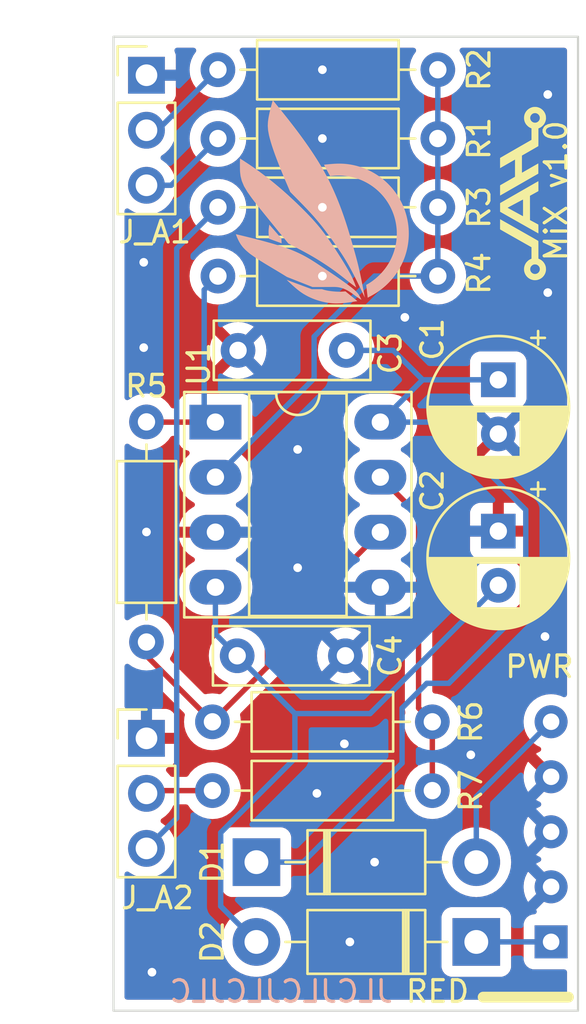
<source format=kicad_pcb>
(kicad_pcb (version 20240108) (generator "pcbnew") (generator_version "8.0")
  (title_block (rev "v1.0"))
  (layers (0 "F.Cu" signal) (31 "B.Cu" signal) (34 "B.Paste" user) (35 "F.Paste" user) (36 "B.SilkS" user "B.Silkscreen") (37 "F.SilkS" user "F.Silkscreen") (38 "B.Mask" user) (39 "F.Mask" user) (44 "Edge.Cuts" user))
  (net 0 "")
  (net 1 "Net-(R1-Pad1)")
  (net 2 "Net-(R1-Pad2)")
  (net 3 "Net-(R2-Pad2)")
  (net 4 "Net-(R3-Pad2)")
  (net 5 "Net-(R4-Pad1)")
  (net 6 "Net-(R5-Pad1)")
  (net 7 "Net-(R6-Pad1)")
  (net 8 "/OUT")
  (net 9 "GND")
  (net 10 "-12V")
  (net 11 "+12V")
  (net 12 "Net-(D1-Pad2)")
  (net 13 "Net-(D2-Pad1)")
  (footprint "Capacitor_THT:C_Disc_D7.0mm_W2.5mm_P5.00mm" (layer "F.Cu") (at 63.547 69.977 180)
    (property "Reference" "C4" (at -2.072 0 90) (layer "F.SilkS"))
    (property "Value" "0.1uF")
    (pad "1" thru_hole circle (at 0 0 180) (size 1.6 1.6) (drill 0.8) (layers "*.Cu" "*.Mask") (net 9 "GND"))
    (pad "2" thru_hole circle (at 5 0 180) (size 1.6 1.6) (drill 0.8) (layers "*.Cu" "*.Mask") (net 10 "-12V"))
  )
  (footprint "Capacitor_THT:C_Disc_D7.0mm_W2.5mm_P5.00mm" (layer "F.Cu") (at 63.587 55.88 180)
    (property "Reference" "C3" (at -2.032 -0.127 90) (layer "F.SilkS"))
    (property "Value" "0.1uF")
    (pad "1" thru_hole circle (at 0 0 180) (size 1.6 1.6) (drill 0.8) (layers "*.Cu" "*.Mask") (net 11 "+12V"))
    (pad "2" thru_hole circle (at 5 0 180) (size 1.6 1.6) (drill 0.8) (layers "*.Cu" "*.Mask") (net 9 "GND"))
  )
  (footprint "Resistor_THT:R_Axial_DIN0207_L6.3mm_D2.5mm_P10.16mm_Horizontal" (layer "F.Cu") (at 67.818 49.276 180)
    (property "Reference" "R3" (at -1.905 0 90) (layer "F.SilkS"))
    (property "Value" "100k")
    (pad "1" thru_hole circle (at 0 0 180) (size 1.6 1.6) (drill 0.8) (layers "*.Cu" "*.Mask") (net 1 "Net-(R1-Pad1)"))
    (pad "2" thru_hole oval (at 10.16 0 180) (size 1.6 1.6) (drill 0.8) (layers "*.Cu" "*.Mask") (net 4 "Net-(R3-Pad2)"))
  )
  (footprint "Resistor_THT:R_Axial_DIN0207_L6.3mm_D2.5mm_P10.16mm_Horizontal" (layer "F.Cu") (at 67.818 46.101 180)
    (property "Reference" "R1" (at -1.905 0 90) (layer "F.SilkS"))
    (property "Value" "100k")
    (pad "1" thru_hole circle (at 0 0 180) (size 1.6 1.6) (drill 0.8) (layers "*.Cu" "*.Mask") (net 1 "Net-(R1-Pad1)"))
    (pad "2" thru_hole oval (at 10.16 0 180) (size 1.6 1.6) (drill 0.8) (layers "*.Cu" "*.Mask") (net 2 "Net-(R1-Pad2)"))
  )
  (footprint "Capacitor_THT:CP_Radial_D6.3mm_P2.50mm" (layer "F.Cu") (at 70.612 64.222621 -90)
    (property "Reference" "C2" (at -1.865621 3.048 90) (layer "F.SilkS"))
    (property "Value" "47uF")
    (pad "1" thru_hole rect (at 0 0 270) (size 1.6 1.6) (drill 0.8) (layers "*.Cu" "*.Mask") (net 9 "GND"))
    (pad "2" thru_hole circle (at 2.5 0 270) (size 1.6 1.6) (drill 0.8) (layers "*.Cu" "*.Mask") (net 10 "-12V"))
  )
  (footprint "Diode_THT:D_DO-41_SOD81_P10.16mm_Horizontal" (layer "F.Cu") (at 69.596 83.185 180)
    (property "Reference" "D2" (at 12.192 0 90) (layer "F.SilkS"))
    (property "Value" "1N4001")
    (pad "1" thru_hole rect (at 0 0 180) (size 2.2 2.2) (drill 1.1) (layers "*.Cu" "*.Mask") (net 13 "Net-(D2-Pad1)"))
    (pad "2" thru_hole oval (at 10.16 0 180) (size 2.2 2.2) (drill 1.1) (layers "*.Cu" "*.Mask") (net 10 "-12V"))
  )
  (footprint "Logos:Avalon Harmonics Small 8mm" (layer "F.Cu") (at 71.755 48.641 90)
    (property "Reference" "G***" (hide yes))
    (property "Value" "LOGO" (hide yes))
  )
  (footprint "Connector_PinHeader_2.54mm:PinHeader_1x03_P2.54mm_Vertical" (layer "F.Cu") (at 54.356 43.18)
    (property "Reference" "J_A1" (at 0.381 7.239 0) (layer "F.SilkS"))
    (property "Value" "Conn_01x03_Male")
    (pad "1" thru_hole rect (at 0 0) (size 1.7 1.7) (drill 1) (layers "*.Cu" "*.Mask") (net 9 "GND"))
    (pad "2" thru_hole oval (at 0 2.54) (size 1.7 1.7) (drill 1) (layers "*.Cu" "*.Mask") (net 3 "Net-(R2-Pad2)"))
    (pad "3" thru_hole oval (at 0 5.08) (size 1.7 1.7) (drill 1) (layers "*.Cu" "*.Mask") (net 2 "Net-(R1-Pad2)"))
  )
  (footprint "Eurorack:Eurorack Power 5 Pin Angled" (layer "F.Cu") (at 73.051948 78.101365)
    (property "Reference" "PWR1" (hide yes))
    (property "Value" "PWR_5_Pin_Angled" (hide yes))
    (fp_text user "RED" (at -6.797833 7.369635 0) (layer "F.SilkS") (effects (justify left)))
    (fp_text user "PWR" (at -0.534948 -7.62 0) (layer "F.SilkS"))
    (pad "1" thru_hole circle (at 0 -5.08) (size 1.524 1.524) (drill 0.762) (layers "*.Cu" "*.Mask") (net 12 "Net-(D1-Pad2)"))
    (pad "2" thru_hole circle (at 0 -2.54) (size 1.524 1.524) (drill 0.762) (layers "*.Cu" "*.Mask") (net 9 "GND"))
    (pad "2" thru_hole circle (at 0 0) (size 1.524 1.524) (drill 0.762) (layers "*.Cu" "*.Mask") (net 9 "GND"))
    (pad "2" thru_hole circle (at 0 2.54) (size 1.524 1.524) (drill 0.762) (layers "*.Cu" "*.Mask") (net 9 "GND"))
    (pad "3" thru_hole rect (at 0 5.08) (size 1.524 1.524) (drill 0.762) (layers "*.Cu" "*.Mask") (net 13 "Net-(D2-Pad1)"))
  )
  (footprint "Resistor_THT:R_Axial_DIN0207_L6.3mm_D2.5mm_P10.16mm_Horizontal" (layer "F.Cu") (at 57.404 76.2)
    (property "Reference" "R7" (at 11.938 0 90) (layer "F.SilkS"))
    (property "Value" "1k")
    (pad "1" thru_hole circle (at 0 0) (size 1.6 1.6) (drill 0.8) (layers "*.Cu" "*.Mask") (net 8 "/OUT"))
    (pad "2" thru_hole oval (at 10.16 0) (size 1.6 1.6) (drill 0.8) (layers "*.Cu" "*.Mask") (net 7 "Net-(R6-Pad1)"))
  )
  (footprint "Resistor_THT:R_Axial_DIN0207_L6.3mm_D2.5mm_P10.16mm_Horizontal" (layer "F.Cu") (at 57.658 52.451)
    (property "Reference" "R4" (at 12.065 -0.127 90) (layer "F.SilkS"))
    (property "Value" "100k")
    (pad "1" thru_hole circle (at 0 0) (size 1.6 1.6) (drill 0.8) (layers "*.Cu" "*.Mask") (net 5 "Net-(R4-Pad1)"))
    (pad "2" thru_hole oval (at 10.16 0) (size 1.6 1.6) (drill 0.8) (layers "*.Cu" "*.Mask") (net 1 "Net-(R1-Pad1)"))
  )
  (footprint "Diode_THT:D_DO-41_SOD81_P10.16mm_Horizontal" (layer "F.Cu") (at 59.436 79.502)
    (property "Reference" "D1" (at -2.032 0 90) (layer "F.SilkS"))
    (property "Value" "1N4001")
    (pad "1" thru_hole rect (at 0 0) (size 2.2 2.2) (drill 1.1) (layers "*.Cu" "*.Mask") (net 11 "+12V"))
    (pad "2" thru_hole oval (at 10.16 0) (size 2.2 2.2) (drill 1.1) (layers "*.Cu" "*.Mask") (net 12 "Net-(D1-Pad2)"))
  )
  (footprint "Resistor_THT:R_Axial_DIN0207_L6.3mm_D2.5mm_P10.16mm_Horizontal" (layer "F.Cu") (at 67.564 73.025 180)
    (property "Reference" "R6" (at -1.778 0 90) (layer "F.SilkS"))
    (property "Value" "100k")
    (pad "1" thru_hole circle (at 0 0 180) (size 1.6 1.6) (drill 0.8) (layers "*.Cu" "*.Mask") (net 7 "Net-(R6-Pad1)"))
    (pad "2" thru_hole oval (at 10.16 0 180) (size 1.6 1.6) (drill 0.8) (layers "*.Cu" "*.Mask") (net 6 "Net-(R5-Pad1)"))
  )
  (footprint "Resistor_THT:R_Axial_DIN0207_L6.3mm_D2.5mm_P10.16mm_Horizontal" (layer "F.Cu") (at 54.356 69.342 90)
    (property "Reference" "R5" (at 11.811 0 180) (layer "F.SilkS"))
    (property "Value" "100k")
    (pad "1" thru_hole circle (at 0 0 90) (size 1.6 1.6) (drill 0.8) (layers "*.Cu" "*.Mask") (net 6 "Net-(R5-Pad1)"))
    (pad "2" thru_hole oval (at 10.16 0 90) (size 1.6 1.6) (drill 0.8) (layers "*.Cu" "*.Mask") (net 5 "Net-(R4-Pad1)"))
  )
  (footprint "Capacitor_THT:CP_Radial_D6.3mm_P2.50mm" (layer "F.Cu") (at 70.612 57.237621 -90)
    (property "Reference" "C1" (at -1.865621 3.048 90) (layer "F.SilkS"))
    (property "Value" "47uF")
    (pad "1" thru_hole rect (at 0 0 270) (size 1.6 1.6) (drill 0.8) (layers "*.Cu" "*.Mask") (net 11 "+12V"))
    (pad "2" thru_hole circle (at 2.5 0 270) (size 1.6 1.6) (drill 0.8) (layers "*.Cu" "*.Mask") (net 9 "GND"))
  )
  (footprint "Resistor_THT:R_Axial_DIN0207_L6.3mm_D2.5mm_P10.16mm_Horizontal" (layer "F.Cu") (at 67.818 42.926 180)
    (property "Reference" "R2" (at -1.905 0 -90) (layer "F.SilkS"))
    (property "Value" "100k")
    (pad "1" thru_hole circle (at 0 0 180) (size 1.6 1.6) (drill 0.8) (layers "*.Cu" "*.Mask") (net 1 "Net-(R1-Pad1)"))
    (pad "2" thru_hole oval (at 10.16 0 180) (size 1.6 1.6) (drill 0.8) (layers "*.Cu" "*.Mask") (net 3 "Net-(R2-Pad2)"))
  )
  (footprint "Package_DIP:DIP-8_W7.62mm_Socket_LongPads" (layer "F.Cu") (at 57.541 59.192)
    (property "Reference" "U1" (at -0.772 -2.677 90) (layer "F.SilkS"))
    (property "Value" "TL072")
    (pad "1" thru_hole rect (at 0 0) (size 2.4 1.6) (drill 0.8) (layers "*.Cu" "*.Mask") (net 5 "Net-(R4-Pad1)"))
    (pad "2" thru_hole oval (at 0 2.54) (size 2.4 1.6) (drill 0.8) (layers "*.Cu" "*.Mask") (net 1 "Net-(R1-Pad1)"))
    (pad "3" thru_hole oval (at 0 5.08) (size 2.4 1.6) (drill 0.8) (layers "*.Cu" "*.Mask") (net 9 "GND"))
    (pad "4" thru_hole oval (at 0 7.62) (size 2.4 1.6) (drill 0.8) (layers "*.Cu" "*.Mask") (net 10 "-12V"))
    (pad "5" thru_hole oval (at 7.62 7.62) (size 2.4 1.6) (drill 0.8) (layers "*.Cu" "*.Mask") (net 9 "GND"))
    (pad "6" thru_hole oval (at 7.62 5.08) (size 2.4 1.6) (drill 0.8) (layers "*.Cu" "*.Mask") (net 6 "Net-(R5-Pad1)"))
    (pad "7" thru_hole oval (at 7.62 2.54) (size 2.4 1.6) (drill 0.8) (layers "*.Cu" "*.Mask") (net 7 "Net-(R6-Pad1)"))
    (pad "8" thru_hole oval (at 7.62 0) (size 2.4 1.6) (drill 0.8) (layers "*.Cu" "*.Mask") (net 11 "+12V"))
  )
  (footprint "Connector_PinHeader_2.54mm:PinHeader_1x03_P2.54mm_Vertical" (layer "F.Cu") (at 54.356 73.787)
    (property "Reference" "J_A2" (at 0.508 7.366 0) (layer "F.SilkS"))
    (property "Value" "Conn_01x03_Male")
    (pad "1" thru_hole rect (at 0 0) (size 1.7 1.7) (drill 1) (layers "*.Cu" "*.Mask") (net 9 "GND"))
    (pad "2" thru_hole oval (at 0 2.54) (size 1.7 1.7) (drill 1) (layers "*.Cu" "*.Mask") (net 8 "/OUT"))
    (pad "3" thru_hole oval (at 0 5.08) (size 1.7 1.7) (drill 1) (layers "*.Cu" "*.Mask") (net 4 "Net-(R3-Pad2)"))
  )
  (footprint "Logos:Avali Logo 8mm" (layer "B.Cu") (at 62.484 49.022 180)
    (property "Reference" "G***" (hide yes))
    (property "Value" "LOGO" (hide yes))
  )
  (gr_rect (start 52.832 41.402) (end 74.295 86.36) (stroke (width 0.1)) (fill none) (layer "Edge.Cuts"))
  (gr_text "JLCJLCJLCJLC" (at 60.579 85.471 0) (layer "B.SilkS") (effects (font (size 1 1)) (justify mirror)))
  (gr_text "MiX v1.0" (at 73.279 48.514 90) (layer "F.SilkS") (effects (font (size 1 1))))
  (segment (start 62.103 55.245) (end 64.897 52.451) (width 0.25) (layer "B.Cu") (net 1))
  (segment (start 64.897 52.451) (end 67.818 52.451) (width 0.25) (layer "B.Cu") (net 1))
  (segment (start 62.103 57.17) (end 62.103 55.245) (width 0.25) (layer "B.Cu") (net 1))
  (segment (start 67.818 46.101) (end 67.818 49.276) (width 0.25) (layer "B.Cu") (net 1))
  (segment (start 57.541 61.732) (end 62.103 57.17) (width 0.25) (layer "B.Cu") (net 1))
  (segment (start 67.818 49.276) (end 67.818 52.451) (width 0.25) (layer "B.Cu") (net 1))
  (segment (start 67.818 42.926) (end 67.818 46.101) (width 0.25) (layer "B.Cu") (net 1))
  (segment (start 54.356 48.26) (end 55.499 48.26) (width 0.25) (layer "B.Cu") (net 2))
  (segment (start 55.499 48.26) (end 57.658 46.101) (width 0.25) (layer "B.Cu") (net 2))
  (segment (start 54.864 45.72) (end 57.658 42.926) (width 0.25) (layer "B.Cu") (net 3))
  (segment (start 54.356 45.72) (end 54.864 45.72) (width 0.25) (layer "B.Cu") (net 3))
  (segment (start 57.658 49.276) (end 55.753 51.181) (width 0.25) (layer "B.Cu") (net 4))
  (segment (start 55.753 77.47) (end 54.356 78.867) (width 0.25) (layer "B.Cu") (net 4))
  (segment (start 55.753 51.181) (end 55.753 77.47) (width 0.25) (layer "B.Cu") (net 4))
  (segment (start 54.366 59.192) (end 54.356 59.182) (width 0.25) (layer "F.Cu") (net 5))
  (segment (start 57.541 59.192) (end 54.366 59.192) (width 0.25) (layer "F.Cu") (net 5))
  (segment (start 57.658 52.451) (end 57.023 53.086) (width 0.25) (layer "B.Cu") (net 5))
  (segment (start 57.023 53.086) (end 57.023 58.674) (width 0.25) (layer "B.Cu") (net 5))
  (segment (start 57.023 58.674) (end 57.541 59.192) (width 0.25) (layer "B.Cu") (net 5))
  (segment (start 57.404 73.025) (end 54.356 69.977) (width 0.25) (layer "F.Cu") (net 6))
  (segment (start 59.944 70.485) (end 57.404 73.025) (width 0.25) (layer "F.Cu") (net 6))
  (segment (start 54.356 69.977) (end 54.356 69.342) (width 0.25) (layer "F.Cu") (net 6))
  (segment (start 65.161 64.272) (end 59.944 69.489) (width 0.25) (layer "F.Cu") (net 6))
  (segment (start 59.944 69.489) (end 59.944 70.485) (width 0.25) (layer "F.Cu") (net 6))
  (segment (start 67.564 73.025) (end 66.929 72.39) (width 0.25) (layer "F.Cu") (net 7))
  (segment (start 66.929 63.5) (end 65.161 61.732) (width 0.25) (layer "F.Cu") (net 7))
  (segment (start 66.929 72.39) (end 66.929 63.5) (width 0.25) (layer "F.Cu") (net 7))
  (segment (start 67.564 76.2) (end 67.564 73.025) (width 0.25) (layer "F.Cu") (net 7))
  (segment (start 57.404 76.2) (end 54.483 76.2) (width 0.25) (layer "F.Cu") (net 8))
  (segment (start 54.483 76.2) (end 54.356 76.327) (width 0.25) (layer "F.Cu") (net 8))
  (via (at 72.898 44.069) (size 0.8) (drill 0.4) (layers "F.Cu" "B.Cu") (net 9))
  (via (at 61.341 60.452) (size 0.8) (drill 0.4) (layers "F.Cu" "B.Cu") (net 9))
  (via (at 72.898 53.213) (size 0.8) (drill 0.4) (layers "F.Cu" "B.Cu") (net 9))
  (via (at 62.484 42.926) (size 0.8) (drill 0.4) (layers "F.Cu" "B.Cu") (net 9))
  (via (at 63.754 83.185) (size 0.8) (drill 0.4) (layers "F.Cu" "B.Cu") (net 9))
  (via (at 63.5 74.041) (size 0.8) (drill 0.4) (layers "F.Cu" "B.Cu") (net 9))
  (via (at 66.294 54.356) (size 0.8) (drill 0.4) (layers "F.Cu" "B.Cu") (net 9))
  (via (at 54.61 84.582) (size 0.8) (drill 0.4) (layers "F.Cu" "B.Cu") (net 9))
  (via (at 62.484 49.276) (size 0.8) (drill 0.4) (layers "F.Cu" "B.Cu") (net 9))
  (via (at 69.342 74.549) (size 0.8) (drill 0.4) (layers "F.Cu" "B.Cu") (net 9))
  (via (at 54.229 55.753) (size 0.8) (drill 0.4) (layers "F.Cu" "B.Cu") (net 9))
  (via (at 61.341 65.913) (size 0.8) (drill 0.4) (layers "F.Cu" "B.Cu") (net 9))
  (via (at 64.897 79.502) (size 0.8) (drill 0.4) (layers "F.Cu" "B.Cu") (net 9))
  (via (at 72.771 69.088) (size 0.8) (drill 0.4) (layers "F.Cu" "B.Cu") (net 9))
  (via (at 62.484 52.451) (size 0.8) (drill 0.4) (layers "F.Cu" "B.Cu") (net 9))
  (via (at 62.484 46.101) (size 0.8) (drill 0.4) (layers "F.Cu" "B.Cu") (net 9))
  (via (at 54.356 64.262) (size 0.8) (drill 0.4) (layers "F.Cu" "B.Cu") (net 9))
  (via (at 62.23 76.327) (size 0.8) (drill 0.4) (layers "F.Cu" "B.Cu") (net 9))
  (via (at 54.229 51.816) (size 0.8) (drill 0.4) (layers "F.Cu" "B.Cu") (net 9))
  (segment (start 61.214 74.711989) (end 57.785 78.140989) (width 0.25) (layer "B.Cu") (net 10))
  (segment (start 57.785 81.534) (end 59.436 83.185) (width 0.25) (layer "B.Cu") (net 10))
  (segment (start 64.690621 72.644) (end 61.214 72.644) (width 0.25) (layer "B.Cu") (net 10))
  (segment (start 61.214 72.644) (end 61.214 74.711989) (width 0.25) (layer "B.Cu") (net 10))
  (segment (start 57.541 68.971) (end 58.547 69.977) (width 0.25) (layer "B.Cu") (net 10))
  (segment (start 57.785 78.140989) (end 57.785 81.534) (width 0.25) (layer "B.Cu") (net 10))
  (segment (start 57.541 66.812) (end 57.541 68.971) (width 0.25) (layer "B.Cu") (net 10))
  (segment (start 58.547 69.977) (end 61.214 72.644) (width 0.25) (layer "B.Cu") (net 10))
  (segment (start 70.612 66.722621) (end 64.690621 72.644) (width 0.25) (layer "B.Cu") (net 10))
  (segment (start 68.326 71.247) (end 71.882 67.691) (width 0.25) (layer "B.Cu") (net 11))
  (segment (start 65.757758 55.88) (end 67.115379 57.237621) (width 0.25) (layer "B.Cu") (net 11))
  (segment (start 66.167 74.93) (end 66.167 72.39) (width 0.25) (layer "B.Cu") (net 11))
  (segment (start 67.830401 59.192) (end 65.161 59.192) (width 0.25) (layer "B.Cu") (net 11))
  (segment (start 59.436 79.502) (end 61.595 79.502) (width 0.25) (layer "B.Cu") (net 11))
  (segment (start 66.167 72.39) (end 67.31 71.247) (width 0.25) (layer "B.Cu") (net 11))
  (segment (start 70.612 57.237621) (end 67.115379 57.237621) (width 0.25) (layer "B.Cu") (net 11))
  (segment (start 71.882 67.691) (end 71.882 63.243599) (width 0.25) (layer "B.Cu") (net 11))
  (segment (start 67.115379 57.237621) (end 65.161 59.192) (width 0.25) (layer "B.Cu") (net 11))
  (segment (start 63.587 55.88) (end 65.757758 55.88) (width 0.25) (layer "B.Cu") (net 11))
  (segment (start 67.31 71.247) (end 68.326 71.247) (width 0.25) (layer "B.Cu") (net 11))
  (segment (start 71.882 63.243599) (end 67.830401 59.192) (width 0.25) (layer "B.Cu") (net 11))
  (segment (start 61.595 79.502) (end 66.167 74.93) (width 0.25) (layer "B.Cu") (net 11))
  (segment (start 73.051948 73.021365) (end 69.596 76.477313) (width 0.25) (layer "B.Cu") (net 12))
  (segment (start 69.596 76.477313) (end 69.596 79.502) (width 0.25) (layer "B.Cu") (net 12))
  (segment (start 69.599635 83.181365) (end 69.596 83.185) (width 0.25) (layer "B.Cu") (net 13))
  (segment (start 73.051948 83.181365) (end 69.599635 83.181365) (width 0.25) (layer "B.Cu") (net 13))
  (zone (net 9) (net_name "GND") (layer "F.Cu") (connect_pads (clearance 0.508)) (min_thickness 0.254) (fill yes (thermal_gap 0.508) (thermal_bridge_width 0.508))
    (polygon (pts (xy 74.676 86.995) (xy 52.324 86.995) (xy 52.324 41.148) (xy 74.676 41.148)))
  )
  (zone (net 9) (net_name "GND") (layer "B.Cu") (connect_pads (clearance 0.508)) (min_thickness 0.254) (fill yes (thermal_gap 0.508) (thermal_bridge_width 0.508))
    (polygon (pts (xy 74.676 86.995) (xy 52.324 86.995) (xy 52.324 41.148) (xy 74.676 41.148)))
  )
)
</source>
